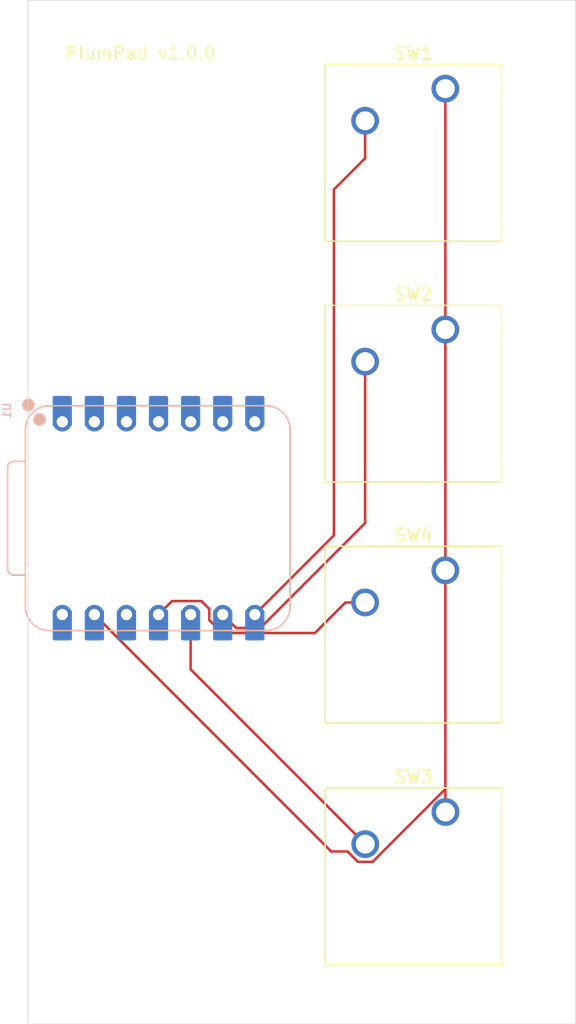
<source format=kicad_pcb>
(kicad_pcb (version 20241229) (generator "pcbnew") (generator_version "9.0")
  (layers (0 "F.Cu" signal) (2 "B.Cu" signal) (13 "F.Paste" user) (15 "B.Paste" user) (5 "F.SilkS" user "F.Silkscreen") (7 "B.SilkS" user "B.Silkscreen") (1 "F.Mask" user) (3 "B.Mask" user) (25 "Edge.Cuts" user))
  (net 0 "")
  (net 1 "Net-(U1-GPIO1{slash}RX)")
  (net 2 "GND")
  (net 3 "Net-(U1-GPIO2{slash}SCK)")
  (net 4 "Net-(U1-GPIO4{slash}MISO)")
  (net 5 "Net-(U1-GPIO3{slash}MOSI)")
  (net 8 "unconnected-(U1-GPIO0{slash}TX-Pad7)")
  (net 12 "+5V")
  (footprint "Button_Switch_Keyboard:SW_Cherry_MX_1.00u_PCB" (layer "F.Cu") (at 84.93125 87.9475)
    (property "Reference" "SW4" (at -2.54 -2.794 0) (layer "F.SilkS"))
    (property "Value" "SW_Push")
    (fp_line (start -9.525 -1.905) (end 4.445 -1.905) (stroke (width 0.12)) (layer "F.SilkS"))
    (fp_line (start -9.525 12.065) (end -9.525 -1.905) (stroke (width 0.12)) (layer "F.SilkS"))
    (fp_line (start 4.445 -1.905) (end 4.445 12.065) (stroke (width 0.12)) (layer "F.SilkS"))
    (fp_line (start 4.445 12.065) (end -9.525 12.065) (stroke (width 0.12)) (layer "F.SilkS"))
    (pad "" np_thru_hole circle (at -7.62 5.08) (size 1.7 1.7) (drill 1.7) (layers "*.Cu" "*.Mask"))
    (pad "" np_thru_hole circle (at -2.54 5.08) (size 4 4) (drill 4) (layers "*.Cu" "*.Mask"))
    (pad "" np_thru_hole circle (at 2.54 5.08) (size 1.7 1.7) (drill 1.7) (layers "*.Cu" "*.Mask"))
    (pad "1" thru_hole circle (at 0 0) (size 2.2 2.2) (drill 1.5) (layers "*.Cu" "*.Mask") (net 2 "GND"))
    (pad "2" thru_hole circle (at -6.35 2.54) (size 2.2 2.2) (drill 1.5) (layers "*.Cu" "*.Mask") (net 5 "Net-(U1-GPIO3{slash}MOSI)"))
  )
  (footprint "Button_Switch_Keyboard:SW_Cherry_MX_1.00u_PCB" (layer "F.Cu") (at 84.93125 49.8475)
    (property "Reference" "SW1" (at -2.54 -2.794 0) (layer "F.SilkS"))
    (property "Value" "SW_Push")
    (fp_line (start -9.525 -1.905) (end 4.445 -1.905) (stroke (width 0.12)) (layer "F.SilkS"))
    (fp_line (start -9.525 12.065) (end -9.525 -1.905) (stroke (width 0.12)) (layer "F.SilkS"))
    (fp_line (start 4.445 -1.905) (end 4.445 12.065) (stroke (width 0.12)) (layer "F.SilkS"))
    (fp_line (start 4.445 12.065) (end -9.525 12.065) (stroke (width 0.12)) (layer "F.SilkS"))
    (pad "" np_thru_hole circle (at -7.62 5.08) (size 1.7 1.7) (drill 1.7) (layers "*.Cu" "*.Mask"))
    (pad "" np_thru_hole circle (at -2.54 5.08) (size 4 4) (drill 4) (layers "*.Cu" "*.Mask"))
    (pad "" np_thru_hole circle (at 2.54 5.08) (size 1.7 1.7) (drill 1.7) (layers "*.Cu" "*.Mask"))
    (pad "1" thru_hole circle (at 0 0) (size 2.2 2.2) (drill 1.5) (layers "*.Cu" "*.Mask") (net 2 "GND"))
    (pad "2" thru_hole circle (at -6.35 2.54) (size 2.2 2.2) (drill 1.5) (layers "*.Cu" "*.Mask") (net 1 "Net-(U1-GPIO1{slash}RX)"))
  )
  (footprint "Button_Switch_Keyboard:SW_Cherry_MX_1.00u_PCB" (layer "F.Cu") (at 84.93125 68.8975)
    (property "Reference" "SW2" (at -2.54 -2.794 0) (layer "F.SilkS"))
    (property "Value" "SW_Push")
    (fp_line (start -9.525 -1.905) (end 4.445 -1.905) (stroke (width 0.12)) (layer "F.SilkS"))
    (fp_line (start -9.525 12.065) (end -9.525 -1.905) (stroke (width 0.12)) (layer "F.SilkS"))
    (fp_line (start 4.445 -1.905) (end 4.445 12.065) (stroke (width 0.12)) (layer "F.SilkS"))
    (fp_line (start 4.445 12.065) (end -9.525 12.065) (stroke (width 0.12)) (layer "F.SilkS"))
    (pad "" np_thru_hole circle (at -7.62 5.08) (size 1.7 1.7) (drill 1.7) (layers "*.Cu" "*.Mask"))
    (pad "" np_thru_hole circle (at -2.54 5.08) (size 4 4) (drill 4) (layers "*.Cu" "*.Mask"))
    (pad "" np_thru_hole circle (at 2.54 5.08) (size 1.7 1.7) (drill 1.7) (layers "*.Cu" "*.Mask"))
    (pad "1" thru_hole circle (at 0 0) (size 2.2 2.2) (drill 1.5) (layers "*.Cu" "*.Mask") (net 2 "GND"))
    (pad "2" thru_hole circle (at -6.35 2.54) (size 2.2 2.2) (drill 1.5) (layers "*.Cu" "*.Mask") (net 3 "Net-(U1-GPIO2{slash}SCK)"))
  )
  (footprint "Button_Switch_Keyboard:SW_Cherry_MX_1.00u_PCB" (layer "F.Cu") (at 84.94186 107.06037)
    (property "Reference" "SW3" (at -2.54 -2.794 0) (layer "F.SilkS"))
    (property "Value" "SW_Push")
    (fp_line (start -9.525 -1.905) (end 4.445 -1.905) (stroke (width 0.12)) (layer "F.SilkS"))
    (fp_line (start -9.525 12.065) (end -9.525 -1.905) (stroke (width 0.12)) (layer "F.SilkS"))
    (fp_line (start 4.445 -1.905) (end 4.445 12.065) (stroke (width 0.12)) (layer "F.SilkS"))
    (fp_line (start 4.445 12.065) (end -9.525 12.065) (stroke (width 0.12)) (layer "F.SilkS"))
    (pad "" np_thru_hole circle (at -7.62 5.08) (size 1.7 1.7) (drill 1.7) (layers "*.Cu" "*.Mask"))
    (pad "" np_thru_hole circle (at -2.54 5.08) (size 4 4) (drill 4) (layers "*.Cu" "*.Mask"))
    (pad "" np_thru_hole circle (at 2.54 5.08) (size 1.7 1.7) (drill 1.7) (layers "*.Cu" "*.Mask"))
    (pad "1" thru_hole circle (at 0 0) (size 2.2 2.2) (drill 1.5) (layers "*.Cu" "*.Mask") (net 2 "GND"))
    (pad "2" thru_hole circle (at -6.35 2.54) (size 2.2 2.2) (drill 1.5) (layers "*.Cu" "*.Mask") (net 4 "Net-(U1-GPIO4{slash}MISO)"))
  )
  (footprint "OPL:XIAO-RP2040-DIP" (layer "B.Cu") (at 62.23 83.82 -90)
    (property "Reference" "U1" (at -8.5 12 90) (layer "B.SilkS") (effects (font (size 0.635 0.635) (thickness 0.1016)) (justify mirror)))
    (property "Value" "XIAO-RP2040-DIP")
    (fp_line (start -3.991272 11.951) (end 4.004 11.951) (stroke (width 0.127)) (layer "B.SilkS"))
    (fp_line (start 4.504 11.451) (end 4.504 10.541) (stroke (width 0.127)) (layer "B.SilkS"))
    (fp_line (start -4.495 10.541) (end -4.491272 11.451272) (stroke (width 0.127)) (layer "B.SilkS"))
    (fp_line (start 6.985 10.541) (end -6.985 10.541) (stroke (width 0.1)) (layer "B.SilkS"))
    (fp_line (start 6.985 10.541) (end -6.985 10.541) (stroke (width 0.127)) (layer "B.SilkS"))
    (fp_line (start -8.89 -8.509) (end -8.89 8.636) (stroke (width 0.127)) (layer "B.SilkS"))
    (fp_line (start 8.89 -8.509) (end 8.89 8.636) (stroke (width 0.127)) (layer "B.SilkS"))
    (fp_line (start -6.985 -10.414) (end 6.985 -10.414) (stroke (width 0.127)) (layer "B.SilkS"))
    (fp_arc (start -3.991272 11.951) (mid -4.344724 11.804644) (end -4.491272 11.451272) (stroke (width 0.127)) (layer "B.SilkS"))
    (fp_arc (start 4.504 11.451) (mid 4.357553 11.804553) (end 4.004 11.951) (stroke (width 0.127)) (layer "B.SilkS"))
    (fp_arc (start -6.985 10.541) (mid -8.332038 9.983038) (end -8.89 8.636) (stroke (width 0.127)) (layer "B.SilkS"))
    (fp_arc (start 8.89 8.636) (mid 8.332038 9.983038) (end 6.985 10.541) (stroke (width 0.127)) (layer "B.SilkS"))
    (fp_arc (start -8.89 -8.509) (mid -8.332038 -9.856038) (end -6.985 -10.414) (stroke (width 0.127)) (layer "B.SilkS"))
    (fp_arc (start 6.985 -10.414) (mid 8.332038 -9.856038) (end 8.89 -8.509) (stroke (width 0.127)) (layer "B.SilkS"))
    (fp_circle (center -8.95 10.3) (end -8.95 10.554) (stroke (width 0.5)) (fill yes) (layer "B.SilkS"))
    (fp_circle (center -7.807 9.42) (end -7.807 9.674) (stroke (width 0.5)) (fill yes) (layer "B.SilkS"))
    (pad "1" smd roundrect (at -8.455 7.62 90) (size 2.432 1.524) (layers "B.Cu" "B.Mask") (roundrect_rratio 0.1))
    (pad "1" thru_hole circle (at -7.62 7.62 90) (size 1.524 1.524) (drill 0.889) (layers "*.Cu" "*.Mask"))
    (pad "2" smd roundrect (at -8.455 5.08 90) (size 2.432 1.524) (layers "B.Cu" "B.Mask") (roundrect_rratio 0.1))
    (pad "2" thru_hole circle (at -7.62 5.08 90) (size 1.524 1.524) (drill 0.889) (layers "*.Cu" "*.Mask"))
    (pad "3" smd roundrect (at -8.455 2.54 90) (size 2.432 1.524) (layers "B.Cu" "B.Mask") (roundrect_rratio 0.1))
    (pad "3" thru_hole circle (at -7.62 2.54 90) (size 1.524 1.524) (drill 0.889) (layers "*.Cu" "*.Mask"))
    (pad "4" smd roundrect (at -8.455 0 90) (size 2.432 1.524) (layers "B.Cu" "B.Mask") (roundrect_rratio 0.1))
    (pad "4" thru_hole circle (at -7.62 0 90) (size 1.524 1.524) (drill 0.889) (layers "*.Cu" "*.Mask"))
    (pad "5" smd roundrect (at -8.455 -2.54 90) (size 2.432 1.524) (layers "B.Cu" "B.Mask") (roundrect_rratio 0.1))
    (pad "5" thru_hole circle (at -7.62 -2.54 90) (size 1.524 1.524) (drill 0.889) (layers "*.Cu" "*.Mask"))
    (pad "6" smd roundrect (at -8.455 -5.08 90) (size 2.432 1.524) (layers "B.Cu" "B.Mask") (roundrect_rratio 0.1))
    (pad "6" thru_hole circle (at -7.62 -5.08 90) (size 1.524 1.524) (drill 0.889) (layers "*.Cu" "*.Mask"))
    (pad "7" smd roundrect (at -8.455 -7.62 90) (size 2.432 1.524) (layers "B.Cu" "B.Mask") (roundrect_rratio 0.1) (net 8 "unconnected-(U1-GPIO0{slash}TX-Pad7)"))
    (pad "7" thru_hole circle (at -7.62 -7.62 90) (size 1.524 1.524) (drill 0.889) (layers "*.Cu" "*.Mask") (net 8 "unconnected-(U1-GPIO0{slash}TX-Pad7)"))
    (pad "8" thru_hole circle (at 7.62 -7.62 270) (size 1.524 1.524) (drill 0.889) (layers "*.Cu" "*.Mask") (net 1 "Net-(U1-GPIO1{slash}RX)"))
    (pad "8" smd roundrect (at 8.455 -7.62 270) (size 2.432 1.524) (layers "B.Cu" "B.Mask") (roundrect_rratio 0.1) (net 1 "Net-(U1-GPIO1{slash}RX)"))
    (pad "9" thru_hole circle (at 7.62 -5.08 270) (size 1.524 1.524) (drill 0.889) (layers "*.Cu" "*.Mask") (net 3 "Net-(U1-GPIO2{slash}SCK)"))
    (pad "9" smd roundrect (at 8.455 -5.08 270) (size 2.432 1.524) (layers "B.Cu" "B.Mask") (roundrect_rratio 0.1) (net 3 "Net-(U1-GPIO2{slash}SCK)"))
    (pad "10" thru_hole circle (at 7.62 -2.54 270) (size 1.524 1.524) (drill 0.889) (layers "*.Cu" "*.Mask") (net 4 "Net-(U1-GPIO4{slash}MISO)"))
    (pad "10" smd roundrect (at 8.455 -2.54 270) (size 2.432 1.524) (layers "B.Cu" "B.Mask") (roundrect_rratio 0.1) (net 4 "Net-(U1-GPIO4{slash}MISO)"))
    (pad "11" thru_hole circle (at 7.62 0 270) (size 1.524 1.524) (drill 0.889) (layers "*.Cu" "*.Mask") (net 5 "Net-(U1-GPIO3{slash}MOSI)"))
    (pad "11" smd roundrect (at 8.455 0 270) (size 2.432 1.524) (layers "B.Cu" "B.Mask") (roundrect_rratio 0.1) (net 5 "Net-(U1-GPIO3{slash}MOSI)"))
    (pad "12" thru_hole circle (at 7.62 2.54 270) (size 1.524 1.524) (drill 0.889) (layers "*.Cu" "*.Mask"))
    (pad "12" smd roundrect (at 8.455 2.54 270) (size 2.432 1.524) (layers "B.Cu" "B.Mask") (roundrect_rratio 0.1))
    (pad "13" thru_hole circle (at 7.62 5.08 270) (size 1.524 1.524) (drill 0.889) (layers "*.Cu" "*.Mask") (net 2 "GND"))
    (pad "13" smd roundrect (at 8.455 5.08 270) (size 2.432 1.524) (layers "B.Cu" "B.Mask") (roundrect_rratio 0.1) (net 2 "GND"))
    (pad "14" thru_hole circle (at 7.62 7.62 270) (size 1.524 1.524) (drill 0.889) (layers "*.Cu" "*.Mask") (net 12 "+5V"))
    (pad "14" smd roundrect (at 8.455 7.62 270) (size 2.432 1.524) (layers "B.Cu" "B.Mask") (roundrect_rratio 0.1) (net 12 "+5V"))
  )
  (gr_rect (start 51.888853 42.8625) (end 95.25 123.825) (stroke (width 0.05)) (fill no) (layer "Edge.Cuts"))
  (gr_text "PlumPad v1.0.0" (at 54.76875 47.625 0) (layer "F.SilkS") (effects (font (size 1 1) (thickness 0.125)) (justify left bottom)))
  (segment (start 69.85 91.44) (end 76.11025 85.17975) (width 0.2) (layer "F.Cu") (net 1))
  (segment (start 76.11025 85.17975) (end 76.11025 57.82697) (width 0.2) (layer "F.Cu") (net 1))
  (segment (start 76.11025 57.82697) (end 78.58125 55.35597) (width 0.2) (layer "F.Cu") (net 1))
  (segment (start 78.58125 55.35597) (end 78.58125 52.3875) (width 0.2) (layer "F.Cu") (net 1))
  (segment (start 84.93125 87.9475) (end 84.93125 107.04976) (width 0.2) (layer "F.Cu") (net 2))
  (segment (start 84.93125 68.8975) (end 84.93125 87.9475) (width 0.2) (layer "F.Cu") (net 2))
  (segment (start 77.19086 110.180684) (end 78.011546 111.00137) (width 0.2) (layer "F.Cu") (net 2))
  (segment (start 84.93125 107.04976) (end 84.94186 107.06037) (width 0.2) (layer "F.Cu") (net 2))
  (segment (start 57.15 91.44) (end 75.890684 110.180684) (width 0.2) (layer "F.Cu") (net 2))
  (segment (start 84.93125 49.8475) (end 84.93125 87.9475) (width 0.2) (layer "F.Cu") (net 2))
  (segment (start 79.172174 111.00137) (end 84.93125 105.242294) (width 0.2) (layer "F.Cu") (net 2))
  (segment (start 78.011546 111.00137) (end 79.172174 111.00137) (width 0.2) (layer "F.Cu") (net 2))
  (segment (start 75.890684 110.180684) (end 77.19086 110.180684) (width 0.2) (layer "F.Cu") (net 2))
  (segment (start 84.93125 105.242294) (end 84.93125 87.9475) (width 0.2) (layer "F.Cu") (net 2))
  (segment (start 68.373 92.503) (end 70.29031 92.503) (width 0.2) (layer "F.Cu") (net 3))
  (segment (start 67.31 91.44) (end 68.373 92.503) (width 0.2) (layer "F.Cu") (net 3))
  (segment (start 78.58125 84.21206) (end 78.58125 71.4375) (width 0.2) (layer "F.Cu") (net 3))
  (segment (start 70.29031 92.503) (end 78.58125 84.21206) (width 0.2) (layer "F.Cu") (net 3))
  (segment (start 64.77 95.77851) (end 78.59186 109.60037) (width 0.2) (layer "F.Cu") (net 4))
  (segment (start 64.77 91.44) (end 64.77 95.77851) (width 0.2) (layer "F.Cu") (net 4))
  (segment (start 62.23 91.44) (end 63.293 90.377) (width 0.2) (layer "F.Cu") (net 5))
  (segment (start 77.025616 90.4875) (end 78.58125 90.4875) (width 0.2) (layer "F.Cu") (net 5))
  (segment (start 74.609116 92.904) (end 77.025616 90.4875) (width 0.2) (layer "F.Cu") (net 5))
  (segment (start 63.293 90.377) (end 65.62431 90.377) (width 0.2) (layer "F.Cu") (net 5))
  (segment (start 66.247 90.99969) (end 66.247 91.88031) (width 0.2) (layer "F.Cu") (net 5))
  (segment (start 66.247 91.88031) (end 67.27069 92.904) (width 0.2) (layer "F.Cu") (net 5))
  (segment (start 65.62431 90.377) (end 66.247 90.99969) (width 0.2) (layer "F.Cu") (net 5))
  (segment (start 67.27069 92.904) (end 74.609116 92.904) (width 0.2) (layer "F.Cu") (net 5))
  (segment (start 69.85 76.2) (end 69.85 75.365) (width 0.2) (layer "F.Cu") (net 8))
)
</source>
